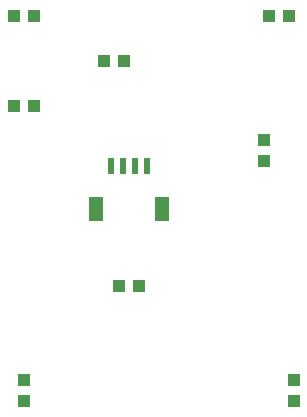
<source format=gbr>
G04 EAGLE Gerber RS-274X export*
G75*
%MOMM*%
%FSLAX34Y34*%
%LPD*%
%INSolderpaste Top*%
%IPPOS*%
%AMOC8*
5,1,8,0,0,1.08239X$1,22.5*%
G01*
%ADD10R,1.000000X1.100000*%
%ADD11R,1.200000X2.000000*%
%ADD12R,0.600000X1.350000*%
%ADD13R,1.100000X1.000000*%


D10*
X25400Y42300D03*
X25400Y59300D03*
X254000Y59300D03*
X254000Y42300D03*
D11*
X86300Y204550D03*
X142300Y204550D03*
D12*
X99300Y241300D03*
X109300Y241300D03*
X119300Y241300D03*
X129300Y241300D03*
D13*
X122800Y139700D03*
X105800Y139700D03*
X93100Y330200D03*
X110100Y330200D03*
X33900Y292100D03*
X16900Y292100D03*
D10*
X228600Y262500D03*
X228600Y245500D03*
D13*
X232800Y368300D03*
X249800Y368300D03*
X16900Y368300D03*
X33900Y368300D03*
M02*

</source>
